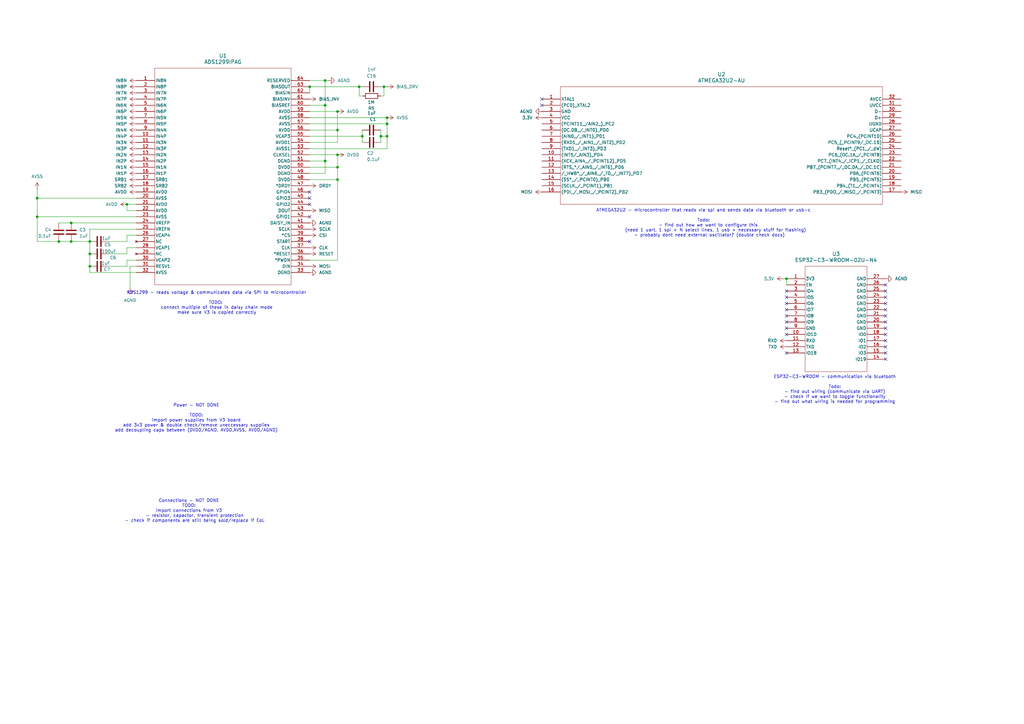
<source format=kicad_sch>
(kicad_sch (version 20231120) (generator "eeschema") (generator_version "8.0")
  (paper "A3")
  (lib_symbols
    (symbol "Device:C" (pin_numbers hide) (pin_names (offset 0.254))
      (property "Reference" "C" (at 0.635 2.54 0))
      (property "Value" "C" (at 0.635 -2.54 0))
      (symbol "C_0_1"
        (polyline (pts (xy -2.032 -0.762) (xy 2.032 -0.762)) (stroke (width 0.508)))
        (polyline (pts (xy -2.032 0.762) (xy 2.032 0.762)) (stroke (width 0.508)))
      )
      (symbol "C_1_1"
        (pin passive line (at 0 3.81 270) (length 2.794) (name "~") (number "1"))
        (pin passive line (at 0 -3.81 90) (length 2.794) (name "~") (number "2"))
      )
    )
    (symbol "Device:R" (pin_numbers hide) (pin_names (offset 0))
      (property "Reference" "R" (at 2.032 0 90))
      (property "Value" "R" (at 0 0 90))
      (symbol "R_0_1"
        (rectangle (start -1.016 -2.54) (end 1.016 2.54) (stroke (width 0.254)))
      )
      (symbol "R_1_1"
        (pin passive line (at 0 3.81 270) (length 1.27) (name "~") (number "1"))
        (pin passive line (at 0 -3.81 90) (length 1.27) (name "~") (number "2"))
      )
    )
    (symbol "V4_OpenBCI_Hardware_Symbol_Library:ADS1299IPAG" (pin_names (offset 0.254))
      (property "Reference" "U" (at 35.56 10.16 0))
      (property "Value" "ADS1299IPAG" (at 35.56 7.62 0))
      (symbol "ADS1299IPAG_0_1"
        (polyline (pts (xy 7.62 -83.82) (xy 63.5 -83.82)) (stroke (width 0.127)))
        (polyline (pts (xy 7.62 5.08) (xy 7.62 -83.82)) (stroke (width 0.127)))
        (polyline (pts (xy 63.5 -83.82) (xy 63.5 5.08)) (stroke (width 0.127)))
        (polyline (pts (xy 63.5 5.08) (xy 7.62 5.08)) (stroke (width 0.127)))
        (pin input line (at 0 0 0) (length 7.62) (name "IN8N") (number "1"))
        (pin input line (at 0 -22.86 0) (length 7.62) (name "IN4P") (number "10"))
        (pin input line (at 0 -25.4 0) (length 7.62) (name "IN3N") (number "11"))
        (pin input line (at 0 -27.94 0) (length 7.62) (name "IN3P") (number "12"))
        (pin input line (at 0 -30.48 0) (length 7.62) (name "IN2N") (number "13"))
        (pin input line (at 0 -33.02 0) (length 7.62) (name "IN2P") (number "14"))
        (pin input line (at 0 -35.56 0) (length 7.62) (name "IN1N") (number "15"))
        (pin input line (at 0 -38.1 0) (length 7.62) (name "IN1P") (number "16"))
        (pin bidirectional line (at 0 -40.64 0) (length 7.62) (name "SRB1") (number "17"))
        (pin bidirectional line (at 0 -43.18 0) (length 7.62) (name "SRB2") (number "18"))
        (pin power_in line (at 0 -45.72 0) (length 7.62) (name "AVDD") (number "19"))
        (pin input line (at 0 -2.54 0) (length 7.62) (name "IN8P") (number "2"))
        (pin power_in line (at 0 -48.26 0) (length 7.62) (name "AVSS") (number "20"))
        (pin power_in line (at 0 -50.8 0) (length 7.62) (name "AVDD") (number "21"))
        (pin power_in line (at 0 -53.34 0) (length 7.62) (name "AVDD") (number "22"))
        (pin power_in line (at 0 -55.88 0) (length 7.62) (name "AVSS") (number "23"))
        (pin bidirectional line (at 0 -58.42 0) (length 7.62) (name "VREFP") (number "24"))
        (pin input line (at 0 -60.96 0) (length 7.62) (name "VREFN") (number "25"))
        (pin output line (at 0 -63.5 0) (length 7.62) (name "VCAP4") (number "26"))
        (pin no_connect line (at 0 -66.04 0) (length 7.62) (name "NC") (number "27"))
        (pin unspecified line (at 0 -68.58 0) (length 7.62) (name "VCAP1") (number "28"))
        (pin no_connect line (at 0 -71.12 0) (length 7.62) (name "NC") (number "29"))
        (pin input line (at 0 -5.08 0) (length 7.62) (name "IN7N") (number "3"))
        (pin unspecified line (at 0 -73.66 0) (length 7.62) (name "VCAP2") (number "30"))
        (pin input line (at 0 -76.2 0) (length 7.62) (name "RESV1") (number "31"))
        (pin power_in line (at 0 -78.74 0) (length 7.62) (name "AVSS") (number "32"))
        (pin power_in line (at 71.12 -78.74 180) (length 7.62) (name "DGND") (number "33"))
        (pin input line (at 71.12 -76.2 180) (length 7.62) (name "DIN") (number "34"))
        (pin power_in line (at 71.12 -73.66 180) (length 7.62) (name "*PWDN") (number "35"))
        (pin input line (at 71.12 -71.12 180) (length 7.62) (name "*RESET") (number "36"))
        (pin input line (at 71.12 -68.58 180) (length 7.62) (name "CLK") (number "37"))
        (pin input line (at 71.12 -66.04 180) (length 7.62) (name "START") (number "38"))
        (pin input line (at 71.12 -63.5 180) (length 7.62) (name "*CS") (number "39"))
        (pin input line (at 0 -7.62 0) (length 7.62) (name "IN7P") (number "4"))
        (pin input line (at 71.12 -60.96 180) (length 7.62) (name "SCLK") (number "40"))
        (pin input line (at 71.12 -58.42 180) (length 7.62) (name "DAISY_IN") (number "41"))
        (pin bidirectional line (at 71.12 -55.88 180) (length 7.62) (name "GPIO1") (number "42"))
        (pin output line (at 71.12 -53.34 180) (length 7.62) (name "DOUT") (number "43"))
        (pin bidirectional line (at 71.12 -50.8 180) (length 7.62) (name "GPIO2") (number "44"))
        (pin bidirectional line (at 71.12 -48.26 180) (length 7.62) (name "GPIO3") (number "45"))
        (pin bidirectional line (at 71.12 -45.72 180) (length 7.62) (name "GPIO4") (number "46"))
        (pin output line (at 71.12 -43.18 180) (length 7.62) (name "*DRDY") (number "47"))
        (pin power_in line (at 71.12 -40.64 180) (length 7.62) (name "DVDD") (number "48"))
        (pin power_in line (at 71.12 -38.1 180) (length 7.62) (name "DGND") (number "49"))
        (pin input line (at 0 -10.16 0) (length 7.62) (name "IN6N") (number "5"))
        (pin power_in line (at 71.12 -35.56 180) (length 7.62) (name "DVDD") (number "50"))
        (pin power_in line (at 71.12 -33.02 180) (length 7.62) (name "DGND") (number "51"))
        (pin input line (at 71.12 -30.48 180) (length 7.62) (name "CLKSEL") (number "52"))
        (pin power_in line (at 71.12 -27.94 180) (length 7.62) (name "AVSS1") (number "53"))
        (pin power_in line (at 71.12 -25.4 180) (length 7.62) (name "AVDD1") (number "54"))
        (pin unspecified line (at 71.12 -22.86 180) (length 7.62) (name "VCAP3") (number "55"))
        (pin power_in line (at 71.12 -20.32 180) (length 7.62) (name "AVDD") (number "56"))
        (pin power_in line (at 71.12 -17.78 180) (length 7.62) (name "AVSS") (number "57"))
        (pin power_in line (at 71.12 -15.24 180) (length 7.62) (name "AVSS") (number "58"))
        (pin power_in line (at 71.12 -12.7 180) (length 7.62) (name "AVDD") (number "59"))
        (pin input line (at 0 -12.7 0) (length 7.62) (name "IN6P") (number "6"))
        (pin input line (at 71.12 -10.16 180) (length 7.62) (name "BIASREF") (number "60"))
        (pin bidirectional line (at 71.12 -7.62 180) (length 7.62) (name "BIASINV") (number "61"))
        (pin input line (at 71.12 -5.08 180) (length 7.62) (name "BIASIN") (number "62"))
        (pin output line (at 71.12 -2.54 180) (length 7.62) (name "BIASOUT") (number "63"))
        (pin output line (at 71.12 0 180) (length 7.62) (name "RESERVED") (number "64"))
        (pin input line (at 0 -15.24 0) (length 7.62) (name "IN5N") (number "7"))
        (pin input line (at 0 -17.78 0) (length 7.62) (name "IN5P") (number "8"))
        (pin input line (at 0 -20.32 0) (length 7.62) (name "IN4N") (number "9"))
      )
    )
    (symbol "V4_OpenBCI_Hardware_Symbol_Library:ATMEGA32U2-AU" (pin_names (offset 0.254))
      (property "Reference" "U" (at 73.66 10.16 0))
      (property "Value" "ATMEGA32U2-AU" (at 73.66 7.62 0))
      (symbol "ATMEGA32U2-AU_0_1"
        (polyline (pts (xy 7.62 -43.18) (xy 139.7 -43.18)) (stroke (width 0.127)))
        (polyline (pts (xy 7.62 5.08) (xy 7.62 -43.18)) (stroke (width 0.127)))
        (polyline (pts (xy 139.7 -43.18) (xy 139.7 5.08)) (stroke (width 0.127)))
        (polyline (pts (xy 139.7 5.08) (xy 7.62 5.08)) (stroke (width 0.127)))
        (pin input line (at 0 0 0) (length 7.62) (name "XTAL1") (number "1"))
        (pin bidirectional line (at 0 -22.86 0) (length 7.62) (name "(INT5/_AIN3)_PD4") (number "10"))
        (pin bidirectional line (at 0 -25.4 0) (length 7.62) (name "(XCK_AIN4_/_PCINT12)_PD5") (number "11"))
        (pin bidirectional line (at 0 -27.94 0) (length 7.62) (name "(RTS_*/_AIN5_/_INT6)_PD6") (number "12"))
        (pin bidirectional line (at 0 -30.48 0) (length 7.62) (name "/_HWB*_/_AIN6_/_T0_/_INT7)_PD7") (number "13"))
        (pin bidirectional line (at 0 -33.02 0) (length 7.62) (name "(SS*_/_PCINT0)_PB0") (number "14"))
        (pin bidirectional line (at 0 -35.56 0) (length 7.62) (name "(SCLK_/_PCINT1)_PB1") (number "15"))
        (pin bidirectional line (at 0 -38.1 0) (length 7.62) (name "(PDI_/_MOSI_/_PCINT2)_PB2") (number "16"))
        (pin bidirectional line (at 147.32 -38.1 180) (length 7.62) (name "PB3_(PDO_/_MISO_/_PCINT3)") (number "17"))
        (pin bidirectional line (at 147.32 -35.56 180) (length 7.62) (name "PB4_(T1_/_PCINT4)") (number "18"))
        (pin bidirectional line (at 147.32 -33.02 180) (length 7.62) (name "PB5_(PCINT5)") (number "19"))
        (pin output line (at 0 -2.54 0) (length 7.62) (name "(PC0)_XTAL2") (number "2"))
        (pin bidirectional line (at 147.32 -30.48 180) (length 7.62) (name "PB6_(PCINT6)") (number "20"))
        (pin bidirectional line (at 147.32 -27.94 180) (length 7.62) (name "PB7_(PCINT7_/_OC.0A_/_OC.1C)") (number "21"))
        (pin bidirectional line (at 147.32 -25.4 180) (length 7.62) (name "PC7_(INT4_/_ICP1_/_CLKO)") (number "22"))
        (pin bidirectional line (at 147.32 -22.86 180) (length 7.62) (name "PC6_(OC.1A_/_PCINT8)") (number "23"))
        (pin bidirectional line (at 147.32 -20.32 180) (length 7.62) (name "Reset*_(PC1_/_dW)") (number "24"))
        (pin bidirectional line (at 147.32 -17.78 180) (length 7.62) (name "PC5_(_PCINT9/_OC.1B)") (number "25"))
        (pin bidirectional line (at 147.32 -15.24 180) (length 7.62) (name "PC4_(PCINT10)") (number "26"))
        (pin power_in line (at 147.32 -12.7 180) (length 7.62) (name "UCAP") (number "27"))
        (pin power_in line (at 147.32 -10.16 180) (length 7.62) (name "UGND") (number "28"))
        (pin unspecified line (at 147.32 -7.62 180) (length 7.62) (name "D+") (number "29"))
        (pin power_in line (at 0 -5.08 0) (length 7.62) (name "GND") (number "3"))
        (pin unspecified line (at 147.32 -5.08 180) (length 7.62) (name "D-") (number "30"))
        (pin power_in line (at 147.32 -2.54 180) (length 7.62) (name "UVCC") (number "31"))
        (pin power_in line (at 147.32 0 180) (length 7.62) (name "AVCC") (number "32"))
        (pin power_in line (at 0 -7.62 0) (length 7.62) (name "VCC") (number "4"))
        (pin bidirectional line (at 0 -10.16 0) (length 7.62) (name "(PCINT11_/AIN2_)_PC2") (number "5"))
        (pin bidirectional line (at 0 -12.7 0) (length 7.62) (name "(OC.0B_/_INT0)_PD0") (number "6"))
        (pin bidirectional line (at 0 -15.24 0) (length 7.62) (name "(AIN0_/_INT1)_PD1") (number "7"))
        (pin bidirectional line (at 0 -17.78 0) (length 7.62) (name "(RXD1_/_AIN1_/_INT2)_PD2") (number "8"))
        (pin bidirectional line (at 0 -20.32 0) (length 7.62) (name "(TXD1_/_INT3)_PD3") (number "9"))
      )
    )
    (symbol "V4_OpenBCI_Hardware_Symbol_Library:ESP32-C3-WROOM-02U-N4" (pin_names (offset 0.254))
      (property "Reference" "U" (at 20.32 10.16 0))
      (property "Value" "ESP32-C3-WROOM-02U-N4" (at 20.32 7.62 0))
      (symbol "ESP32-C3-WROOM-02U-N4_0_1"
        (polyline (pts (xy 7.62 -38.1) (xy 33.02 -38.1)) (stroke (width 0.127)))
        (polyline (pts (xy 7.62 5.08) (xy 7.62 -38.1)) (stroke (width 0.127)))
        (polyline (pts (xy 33.02 -38.1) (xy 33.02 5.08)) (stroke (width 0.127)))
        (polyline (pts (xy 33.02 5.08) (xy 7.62 5.08)) (stroke (width 0.127)))
        (pin power_in line (at 0 0 0) (length 7.62) (name "3V3") (number "1"))
        (pin bidirectional line (at 0 -22.86 0) (length 7.62) (name "IO10") (number "10"))
        (pin bidirectional line (at 0 -25.4 0) (length 7.62) (name "RXD") (number "11"))
        (pin bidirectional line (at 0 -27.94 0) (length 7.62) (name "TXD") (number "12"))
        (pin bidirectional line (at 0 -30.48 0) (length 7.62) (name "IO18") (number "13"))
        (pin bidirectional line (at 40.64 -33.02 180) (length 7.62) (name "IO19") (number "14"))
        (pin bidirectional line (at 40.64 -30.48 180) (length 7.62) (name "IO3") (number "15"))
        (pin bidirectional line (at 40.64 -27.94 180) (length 7.62) (name "IO2") (number "16"))
        (pin bidirectional line (at 40.64 -25.4 180) (length 7.62) (name "IO1") (number "17"))
        (pin bidirectional line (at 40.64 -22.86 180) (length 7.62) (name "IO0") (number "18"))
        (pin power_out line (at 40.64 -20.32 180) (length 7.62) (name "GND") (number "19"))
        (pin input line (at 0 -2.54 0) (length 7.62) (name "EN") (number "2"))
        (pin power_out line (at 40.64 -17.78 180) (length 7.62) (name "GND") (number "20"))
        (pin power_out line (at 40.64 -15.24 180) (length 7.62) (name "GND") (number "21"))
        (pin power_out line (at 40.64 -12.7 180) (length 7.62) (name "GND") (number "22"))
        (pin power_out line (at 40.64 -10.16 180) (length 7.62) (name "GND") (number "23"))
        (pin power_out line (at 40.64 -7.62 180) (length 7.62) (name "GND") (number "24"))
        (pin power_out line (at 40.64 -5.08 180) (length 7.62) (name "GND") (number "25"))
        (pin power_out line (at 40.64 -2.54 180) (length 7.62) (name "GND") (number "26"))
        (pin power_out line (at 40.64 0 180) (length 7.62) (name "GND") (number "27"))
        (pin bidirectional line (at 0 -5.08 0) (length 7.62) (name "IO4") (number "3"))
        (pin bidirectional line (at 0 -7.62 0) (length 7.62) (name "IO5") (number "4"))
        (pin bidirectional line (at 0 -10.16 0) (length 7.62) (name "IO6") (number "5"))
        (pin bidirectional line (at 0 -12.7 0) (length 7.62) (name "IO7") (number "6"))
        (pin bidirectional line (at 0 -15.24 0) (length 7.62) (name "IO8") (number "7"))
        (pin bidirectional line (at 0 -17.78 0) (length 7.62) (name "IO9") (number "8"))
        (pin power_out line (at 0 -20.32 0) (length 7.62) (name "GND") (number "9"))
      )
    )
    (symbol "power:GNDA" (power) (pin_numbers hide) (pin_names (offset 0) hide)
      (property "Value" "GNDA" (at 0 -3.81 0))
      (symbol "GNDA_0_1"
        (polyline (pts (xy 0 0) (xy 0 -1.27) (xy 1.27 -1.27) (xy 0 -2.54) (xy -1.27 -1.27) (xy 0 -1.27)))
      )
      (symbol "GNDA_1_1"
        (pin power_in line (at 0 0 270) (length 0) (name "~") (number "1"))
      )
    )
    (symbol "power:VD" (power) (pin_numbers hide) (pin_names (offset 0) hide)
      (property "Value" "VD" (at 0 3.556 0))
      (symbol "VD_0_1"
        (polyline (pts (xy -0.762 1.27) (xy 0 2.54)))
        (polyline (pts (xy 0 0) (xy 0 2.54)))
        (polyline (pts (xy 0 2.54) (xy 0.762 1.27)))
      )
      (symbol "VD_1_1"
        (pin power_in line (at 0 0 90) (length 0) (name "~") (number "1"))
      )
    )
    (symbol "power:VDD" (power) (pin_numbers hide) (pin_names (offset 0) hide)
      (property "Value" "VDD" (at 0 3.556 0))
      (symbol "VDD_0_1"
        (polyline (pts (xy -0.762 1.27) (xy 0 2.54)))
        (polyline (pts (xy 0 0) (xy 0 2.54)))
        (polyline (pts (xy 0 2.54) (xy 0.762 1.27)))
      )
      (symbol "VDD_1_1"
        (pin power_in line (at 0 0 90) (length 0) (name "~") (number "1"))
      )
    )
    (symbol "power:VDDA" (power) (pin_numbers hide) (pin_names (offset 0) hide)
      (property "Value" "VDDA" (at 0 3.556 0))
      (symbol "VDDA_0_1"
        (polyline (pts (xy -0.762 1.27) (xy 0 2.54)))
        (polyline (pts (xy 0 0) (xy 0 2.54)))
        (polyline (pts (xy 0 2.54) (xy 0.762 1.27)))
      )
      (symbol "VDDA_1_1"
        (pin power_in line (at 0 0 90) (length 0) (name "~") (number "1"))
      )
    )
  )
  (junction (at 322.58 114.3))
  (junction (at 138.43 45.72))
  (junction (at 29.21 91.44))
  (junction (at 15.24 88.9))
  (junction (at 138.43 53.34))
  (junction (at 156.21 55.88))
  (junction (at 138.43 68.58))
  (junction (at 24.13 99.06))
  (junction (at 138.43 73.66))
  (junction (at 133.35 66.04))
  (junction (at 148.59 55.88))
  (junction (at 36.83 99.06))
  (junction (at 158.75 55.88))
  (junction (at 133.35 33.02))
  (junction (at 52.07 83.82))
  (junction (at 158.75 48.26))
  (junction (at 15.24 81.28))
  (junction (at 29.21 99.06))
  (junction (at 138.43 63.5))
  (junction (at 147.32 35.56))
  (junction (at 127 35.56))
  (junction (at 133.35 43.18))
  (junction (at 157.48 35.56))
  (junction (at 36.83 109.22))
  (junction (at 158.75 50.8))
  (junction (at 36.83 104.14))
  (no_connect (at 363.22 139.7))
  (no_connect (at 363.22 116.84))
  (no_connect (at 322.58 129.54))
  (no_connect (at 363.22 127))
  (no_connect (at 322.58 132.08))
  (no_connect (at 363.22 147.32))
  (no_connect (at 322.58 119.38))
  (no_connect (at 363.22 129.54))
  (no_connect (at 322.58 124.46))
  (no_connect (at 363.22 121.92))
  (no_connect (at 127 83.82))
  (no_connect (at 127 88.9))
  (no_connect (at 322.58 121.92))
  (no_connect (at 322.58 137.16))
  (no_connect (at 363.22 124.46))
  (no_connect (at 222.25 43.18))
  (no_connect (at 363.22 132.08))
  (no_connect (at 322.58 134.62))
  (no_connect (at 363.22 144.78))
  (no_connect (at 127 78.74))
  (no_connect (at 222.25 40.64))
  (no_connect (at 322.58 144.78))
  (no_connect (at 363.22 119.38))
  (no_connect (at 127 99.06))
  (no_connect (at 363.22 137.16))
  (no_connect (at 363.22 142.24))
  (no_connect (at 322.58 127))
  (no_connect (at 363.22 134.62))
  (no_connect (at 127 81.28))
  (wire (pts (xy 15.24 88.9) (xy 55.88 88.9)))
  (wire (pts (xy 15.24 99.06) (xy 24.13 99.06)))
  (wire (pts (xy 158.75 35.56) (xy 157.48 35.56)))
  (wire (pts (xy 24.13 91.44) (xy 29.21 91.44)))
  (wire (pts (xy 158.75 50.8) (xy 158.75 55.88)))
  (wire (pts (xy 127 35.56) (xy 127 38.1)))
  (wire (pts (xy 157.48 39.37) (xy 156.21 39.37)))
  (wire (pts (xy 15.24 88.9) (xy 15.24 99.06)))
  (wire (pts (xy 44.45 109.22) (xy 52.07 109.22)))
  (wire (pts (xy 52.07 86.36) (xy 55.88 86.36)))
  (wire (pts (xy 55.88 101.6) (xy 52.07 101.6)))
  (wire (pts (xy 53.34 109.22) (xy 55.88 109.22)))
  (wire (pts (xy 127 63.5) (xy 138.43 63.5)))
  (wire (pts (xy 148.59 35.56) (xy 147.32 35.56)))
  (wire (pts (xy 133.35 33.02) (xy 133.35 43.18)))
  (wire (pts (xy 52.07 99.06) (xy 44.45 99.06)))
  (wire (pts (xy 127 50.8) (xy 158.75 50.8)))
  (wire (pts (xy 127 48.26) (xy 158.75 48.26)))
  (wire (pts (xy 156.21 53.34) (xy 156.21 55.88)))
  (wire (pts (xy 52.07 109.22) (xy 52.07 106.68)))
  (wire (pts (xy 127 73.66) (xy 138.43 73.66)))
  (wire (pts (xy 52.07 101.6) (xy 52.07 104.14)))
  (wire (pts (xy 52.07 96.52) (xy 52.07 99.06)))
  (wire (pts (xy 156.21 55.88) (xy 158.75 55.88)))
  (wire (pts (xy 24.13 99.06) (xy 29.21 99.06)))
  (wire (pts (xy 127 55.88) (xy 148.59 55.88)))
  (wire (pts (xy 133.35 71.12) (xy 127 71.12)))
  (wire (pts (xy 158.75 50.8) (xy 158.75 48.26)))
  (wire (pts (xy 133.35 43.18) (xy 133.35 66.04)))
  (wire (pts (xy 52.07 104.14) (xy 44.45 104.14)))
  (wire (pts (xy 133.35 33.02) (xy 134.62 33.02)))
  (wire (pts (xy 156.21 55.88) (xy 156.21 58.42)))
  (wire (pts (xy 148.59 55.88) (xy 148.59 58.42)))
  (wire (pts (xy 133.35 33.02) (xy 127 33.02)))
  (wire (pts (xy 127 106.68) (xy 138.43 106.68)))
  (wire (pts (xy 138.43 53.34) (xy 138.43 58.42)))
  (wire (pts (xy 36.83 111.76) (xy 55.88 111.76)))
  (wire (pts (xy 321.31 114.3) (xy 322.58 114.3)))
  (wire (pts (xy 138.43 73.66) (xy 138.43 106.68)))
  (wire (pts (xy 148.59 55.88) (xy 148.59 53.34)))
  (wire (pts (xy 36.83 99.06) (xy 36.83 104.14)))
  (wire (pts (xy 36.83 93.98) (xy 36.83 99.06)))
  (wire (pts (xy 53.34 118.11) (xy 53.34 109.22)))
  (wire (pts (xy 133.35 66.04) (xy 133.35 71.12)))
  (wire (pts (xy 52.07 106.68) (xy 55.88 106.68)))
  (wire (pts (xy 147.32 39.37) (xy 147.32 35.56)))
  (wire (pts (xy 36.83 109.22) (xy 36.83 111.76)))
  (wire (pts (xy 127 60.96) (xy 158.75 60.96)))
  (wire (pts (xy 55.88 93.98) (xy 36.83 93.98)))
  (wire (pts (xy 15.24 81.28) (xy 15.24 88.9)))
  (wire (pts (xy 15.24 81.28) (xy 55.88 81.28)))
  (wire (pts (xy 52.07 96.52) (xy 55.88 96.52)))
  (wire (pts (xy 36.83 104.14) (xy 36.83 109.22)))
  (wire (pts (xy 29.21 99.06) (xy 36.83 99.06)))
  (wire (pts (xy 52.07 83.82) (xy 55.88 83.82)))
  (wire (pts (xy 138.43 53.34) (xy 138.43 45.72)))
  (wire (pts (xy 138.43 63.5) (xy 138.43 68.58)))
  (wire (pts (xy 157.48 35.56) (xy 157.48 39.37)))
  (wire (pts (xy 138.43 68.58) (xy 138.43 73.66)))
  (wire (pts (xy 148.59 39.37) (xy 147.32 39.37)))
  (wire (pts (xy 15.24 77.47) (xy 15.24 81.28)))
  (wire (pts (xy 157.48 35.56) (xy 156.21 35.56)))
  (wire (pts (xy 127 53.34) (xy 138.43 53.34)))
  (wire (pts (xy 127 68.58) (xy 138.43 68.58)))
  (wire (pts (xy 133.35 43.18) (xy 127 43.18)))
  (wire (pts (xy 138.43 58.42) (xy 127 58.42)))
  (wire (pts (xy 133.35 66.04) (xy 127 66.04)))
  (wire (pts (xy 158.75 55.88) (xy 158.75 60.96)))
  (wire (pts (xy 29.21 91.44) (xy 55.88 91.44)))
  (wire (pts (xy 138.43 45.72) (xy 127 45.72)))
  (wire (pts (xy 127 35.56) (xy 147.32 35.56)))
  (wire (pts (xy 52.07 83.82) (xy 52.07 86.36)))
  (wire (pts (xy 322.58 114.3) (xy 322.58 116.84)))
  (text "Power - NOT DONE\n\nTODO:\nimport power supplies from V3 board\nadd 3v3 power & double check/remove uneccessary supplies\nadd decoupling caps between (DVDD/AGND, AVDD,AVSS, AVDD/AGND)" (at 80.518 171.45 0) (effects (font (size 1.27 1.27))))
  (text "Connections - NOT DONE\nTODO:\nimport connections from V3\n	- resistor, capactor, transient protection\n	- check if components are still being sold/replace if EoL" (at 77.47 209.55 0) (effects (font (size 1.27 1.27))))
  (text "ATMEGA32U2 - microcontroller that reads via spi and sends data via bluetooth or usb-c\n\nTodo:\n	- find out how we want to configure this \n		(need 1 uart, 1 spi + N select lines, 1 usb + necessary stuff for flashing)\n	- probably dont need external oscillator? (double check docs)\n" (at 288.544 91.44 0) (effects (font (size 1.27 1.27))))
  (text "ADS1299 - reads voltage & communicates data via SPI to microcontroller\n\nTODO: \nconnect multiple of these in daisy chain mode\nmake sure V3 is copied correctly" (at 88.9 124.206 0) (effects (font (size 1.27 1.27))))
  (text "ESP32-C3-WROOM - communication via bluetooth\n\nTodo:\n- find out wiring (communicate via UART)\n- check if we want to toggle functionality\n- find out what wiring is needed for programming" (at 342.392 159.766 0) (effects (font (size 1.27 1.27))))
  (symbol (lib_id "power:VDDA") (at 55.88 60.96 90) (unit 1)
    (property "Reference" "#PWR042" (effects (hide yes)))
    (property "Value" "IN3P" (at 52.07 60.9599 90) (effects (justify left)))
    (property "Description" "Power symbol creates a global label with name \"VDDA\"" (effects (hide yes)))
  )
  (symbol (lib_id "power:VDDA") (at 55.88 50.8 90) (unit 1)
    (property "Reference" "#PWR038" (effects (hide yes)))
    (property "Value" "IN5P" (at 52.07 50.7999 90) (effects (justify left)))
    (property "Description" "Power symbol creates a global label with name \"VDDA\"" (effects (hide yes)))
  )
  (symbol (lib_id "power:VDDA") (at 55.88 43.18 90) (unit 1)
    (property "Reference" "#PWR035" (effects (hide yes)))
    (property "Value" "IN6N" (at 52.07 43.1799 90) (effects (justify left)))
    (property "Description" "Power symbol creates a global label with name \"VDDA\"" (effects (hide yes)))
  )
  (symbol (lib_id "power:GNDA") (at 222.25 45.72 270) (unit 1)
    (property "Reference" "#PWR017" (effects (hide yes)))
    (property "Value" "AGND" (at 218.44 45.7199 90) (effects (justify right)))
    (property "Description" "Power symbol creates a global label with name \"GNDA\" , analog ground" (effects (hide yes)))
  )
  (symbol (lib_id "power:VD") (at 127 86.36 270) (unit 1)
    (property "Reference" "#PWR06" (effects (hide yes)))
    (property "Value" "MISO" (at 130.81 86.3599 90) (effects (justify left)))
    (property "Description" "Power symbol creates a global label with name \"VD\"" (effects (hide yes)))
  )
  (symbol (lib_id "V4_OpenBCI_Hardware_Symbol_Library:ATMEGA32U2-AU") (at 222.25 40.64 0) (unit 1)
    (property "Reference" "U2" (at 295.91 30.48 0) (effects (font (size 1.524 1.524))))
    (property "Value" "ATMEGA32U2-AU" (at 295.91 33.02 0) (effects (font (size 1.524 1.524))))
    (property "Footprint" "32A_ATM" (effects (hide yes)))
    (property "Datasheet" "ATMEGA32U2-AU" (effects (hide yes)))
  )
  (symbol (lib_id "V4_OpenBCI_Hardware_Symbol_Library:ESP32-C3-WROOM-02U-N4") (at 322.58 114.3 0) (unit 1)
    (property "Reference" "U3" (at 342.9 104.14 0) (effects (font (size 1.524 1.524))))
    (property "Value" "ESP32-C3-WROOM-02U-N4" (at 342.9 106.68 0) (effects (font (size 1.524 1.524))))
    (property "Footprint" "ESP32-C3-WROOM-02U_EXP" (effects (hide yes)))
    (property "Datasheet" "ESP32-C3-WROOM-02U-N4" (effects (hide yes)))
  )
  (symbol (lib_id "Device:C") (at 40.64 109.22 90) (unit 1)
    (property "Reference" "C7" (at 45.212 110.49 90) (effects (justify left)))
    (property "Value" "1uF" (at 45.212 107.95 90) (effects (justify left)))
    (property "Description" "Unpolarized capacitor" (effects (hide yes)))
  )
  (symbol (lib_id "power:VD") (at 222.25 78.74 90) (unit 1)
    (property "Reference" "#PWR018" (effects (hide yes)))
    (property "Value" "MOSI" (at 218.44 78.7399 90) (effects (justify left)))
    (property "Description" "Power symbol creates a global label with name \"VD\"" (effects (hide yes)))
  )
  (symbol (lib_id "power:VD") (at 322.58 142.24 90) (unit 1)
    (property "Reference" "#PWR010" (effects (hide yes)))
    (property "Value" "TXD" (at 318.77 142.2399 90) (effects (justify left)))
    (property "Description" "Power symbol creates a global label with name \"VD\"" (effects (hide yes)))
  )
  (symbol (lib_id "Device:C") (at 24.13 95.25 180) (unit 1)
    (property "Reference" "C4" (at 21.082 94.234 0) (effects (justify left)))
    (property "Value" "0.1uF" (at 21.082 96.774 0) (effects (justify left)))
    (property "Description" "Unpolarized capacitor" (effects (hide yes)))
  )
  (symbol (lib_id "Device:R") (at 152.4 39.37 90) (unit 1)
    (property "Reference" "R5" (at 153.67 44.45 90) (effects (justify left)))
    (property "Value" "1M" (at 153.67 41.91 90) (effects (justify left)))
    (property "Description" "Resistor" (effects (hide yes)))
  )
  (symbol (lib_id "Device:C") (at 40.64 104.14 90) (unit 1)
    (property "Reference" "C6" (at 47.752 105.664 90) (effects (justify left)))
    (property "Value" "100uF" (at 47.752 103.124 90) (effects (justify left)))
    (property "Description" "Unpolarized capacitor" (effects (hide yes)))
  )
  (symbol (lib_id "power:VDDA") (at 52.07 83.82 90) (unit 1)
    (property "Reference" "#PWR011" (effects (hide yes)))
    (property "Value" "AVDD" (at 48.26 83.8199 90) (effects (justify left)))
    (property "Description" "Power symbol creates a global label with name \"VDDA\"" (effects (hide yes)))
  )
  (symbol (lib_id "power:VDDA") (at 55.88 66.04 90) (unit 1)
    (property "Reference" "#PWR044" (effects (hide yes)))
    (property "Value" "IN2P" (at 52.07 66.0399 90) (effects (justify left)))
    (property "Description" "Power symbol creates a global label with name \"VDDA\"" (effects (hide yes)))
  )
  (symbol (lib_id "power:VDDA") (at 55.88 76.2 90) (unit 1)
    (property "Reference" "#PWR048" (effects (hide yes)))
    (property "Value" "SRB2" (at 52.07 76.1999 90) (effects (justify left)))
    (property "Description" "Power symbol creates a global label with name \"VDDA\"" (effects (hide yes)))
  )
  (symbol (lib_id "power:VDDA") (at 55.88 58.42 90) (unit 1)
    (property "Reference" "#PWR041" (effects (hide yes)))
    (property "Value" "IN3N" (at 52.07 58.4199 90) (effects (justify left)))
    (property "Description" "Power symbol creates a global label with name \"VDDA\"" (effects (hide yes)))
  )
  (symbol (lib_id "power:VDDA") (at 138.43 45.72 270) (unit 1)
    (property "Reference" "#PWR015" (effects (hide yes)))
    (property "Value" "AVDD" (at 142.24 45.7199 90) (effects (justify left)))
    (property "Description" "Power symbol creates a global label with name \"VDDA\"" (effects (hide yes)))
  )
  (symbol (lib_id "power:GNDA") (at 134.62 33.02 90) (unit 1)
    (property "Reference" "#PWR029" (effects (hide yes)))
    (property "Value" "AGND" (at 138.43 33.0199 90) (effects (justify right)))
    (property "Description" "Power symbol creates a global label with name \"GNDA\" , analog ground" (effects (hide yes)))
  )
  (symbol (lib_id "power:VDDA") (at 55.88 40.64 90) (unit 1)
    (property "Reference" "#PWR034" (effects (hide yes)))
    (property "Value" "IN7P" (at 52.07 40.6399 90) (effects (justify left)))
    (property "Description" "Power symbol creates a global label with name \"VDDA\"" (effects (hide yes)))
  )
  (symbol (lib_id "power:VDD") (at 15.24 77.47 0) (unit 1)
    (property "Reference" "#PWR019" (effects (hide yes)))
    (property "Value" "AVSS" (at 15.24 72.39 0))
    (property "Description" "Power symbol creates a global label with name \"VDD\"" (effects (hide yes)))
  )
  (symbol (lib_id "power:VD") (at 222.25 48.26 90) (unit 1)
    (property "Reference" "#PWR020" (effects (hide yes)))
    (property "Value" "3.3V" (at 218.44 48.2599 90) (effects (justify left)))
    (property "Description" "Power symbol creates a global label with name \"VD\"" (effects (hide yes)))
  )
  (symbol (lib_id "Device:C") (at 152.4 53.34 90) (unit 1)
    (property "Reference" "C1" (at 154.305 48.8951 90) (effects (justify left)))
    (property "Value" "1uF" (at 154.305 46.3551 90) (effects (justify left)))
    (property "Description" "Unpolarized capacitor" (effects (hide yes)))
  )
  (symbol (lib_id "power:GNDA") (at 127 91.44 90) (unit 1)
    (property "Reference" "#PWR028" (effects (hide yes)))
    (property "Value" "AGND" (at 130.81 91.4399 90) (effects (justify right)))
    (property "Description" "Power symbol creates a global label with name \"GNDA\" , analog ground" (effects (hide yes)))
  )
  (symbol (lib_id "power:VDDA") (at 55.88 38.1 90) (unit 1)
    (property "Reference" "#PWR033" (effects (hide yes)))
    (property "Value" "IN7N" (at 52.07 38.0999 90) (effects (justify left)))
    (property "Description" "Power symbol creates a global label with name \"VDDA\"" (effects (hide yes)))
  )
  (symbol (lib_id "power:VDDA") (at 55.88 63.5 90) (unit 1)
    (property "Reference" "#PWR043" (effects (hide yes)))
    (property "Value" "IN2N" (at 52.07 63.4999 90) (effects (justify left)))
    (property "Description" "Power symbol creates a global label with name \"VDDA\"" (effects (hide yes)))
  )
  (symbol (lib_id "power:VD") (at 127 76.2 270) (unit 1)
    (property "Reference" "#PWR07" (effects (hide yes)))
    (property "Value" "DRDY" (at 130.81 76.1999 90) (effects (justify left)))
    (property "Description" "Power symbol creates a global label with name \"VD\"" (effects (hide yes)))
  )
  (symbol (lib_id "power:VD") (at 321.31 114.3 90) (unit 1)
    (property "Reference" "#PWR013" (effects (hide yes)))
    (property "Value" "3.3V" (at 317.5 114.2999 90) (effects (justify left)))
    (property "Description" "Power symbol creates a global label with name \"VD\"" (effects (hide yes)))
  )
  (symbol (lib_id "V4_OpenBCI_Hardware_Symbol_Library:ADS1299IPAG") (at 55.88 33.02 0) (unit 1)
    (property "Reference" "U1" (at 91.44 22.86 0) (effects (font (size 1.524 1.524))))
    (property "Value" "ADS1299IPAG" (at 91.44 25.4 0) (effects (font (size 1.524 1.524))))
    (property "Footprint" "PAG64_TEX" (effects (hide yes)))
    (property "Datasheet" "ADS1299IPAG" (effects (hide yes)))
  )
  (symbol (lib_id "power:VD") (at 322.58 139.7 90) (unit 1)
    (property "Reference" "#PWR03" (effects (hide yes)))
    (property "Value" "RXD" (at 318.77 139.6999 90) (effects (justify left)))
    (property "Description" "Power symbol creates a global label with name \"VD\"" (effects (hide yes)))
  )
  (symbol (lib_id "power:VD") (at 369.57 78.74 270) (unit 1)
    (property "Reference" "#PWR021" (effects (hide yes)))
    (property "Value" "MISO" (at 373.38 78.7399 90) (effects (justify left)))
    (property "Description" "Power symbol creates a global label with name \"VD\"" (effects (hide yes)))
  )
  (symbol (lib_id "Device:C") (at 29.21 95.25 0) (unit 1)
    (property "Reference" "C3" (at 32.512 94.234 0) (effects (justify left)))
    (property "Value" "1uF" (at 32.512 96.774 0) (effects (justify left)))
    (property "Description" "Unpolarized capacitor" (effects (hide yes)))
  )
  (symbol (lib_id "power:GNDA") (at 127 111.76 90) (unit 1)
    (property "Reference" "#PWR026" (effects (hide yes)))
    (property "Value" "AGND" (at 130.81 111.7599 90) (effects (justify right)))
    (property "Description" "Power symbol creates a global label with name \"GNDA\" , analog ground" (effects (hide yes)))
  )
  (symbol (lib_id "power:VDDA") (at 55.88 48.26 90) (unit 1)
    (property "Reference" "#PWR037" (effects (hide yes)))
    (property "Value" "IN5N" (at 52.07 48.2599 90) (effects (justify left)))
    (property "Description" "Power symbol creates a global label with name \"VDDA\"" (effects (hide yes)))
  )
  (symbol (lib_id "power:GNDA") (at 53.34 118.11 0) (unit 1)
    (property "Reference" "#PWR02" (effects (hide yes)))
    (property "Value" "AGND" (at 53.34 123.19 0))
    (property "Description" "Power symbol creates a global label with name \"GNDA\" , analog ground" (effects (hide yes)))
  )
  (symbol (lib_id "power:VDDA") (at 158.75 35.56 270) (unit 1)
    (property "Reference" "#PWR01" (effects (hide yes)))
    (property "Value" "BIAS_DRV" (at 162.56 35.5599 90) (effects (justify left)))
    (property "Description" "Power symbol creates a global label with name \"VDDA\"" (effects (hide yes)))
  )
  (symbol (lib_id "Device:C") (at 152.4 58.42 270) (unit 1)
    (property "Reference" "C2" (at 150.495 62.8649 90) (effects (justify left)))
    (property "Value" "0.1uF" (at 150.495 65.4049 90) (effects (justify left)))
    (property "Description" "Unpolarized capacitor" (effects (hide yes)))
  )
  (symbol (lib_id "power:VDDA") (at 55.88 78.74 90) (unit 1)
    (property "Reference" "#PWR012" (effects (hide yes)))
    (property "Value" "AVDD" (at 52.07 78.7399 90) (effects (justify left)))
    (property "Description" "Power symbol creates a global label with name \"VDDA\"" (effects (hide yes)))
  )
  (symbol (lib_id "power:VDDA") (at 55.88 35.56 90) (unit 1)
    (property "Reference" "#PWR032" (effects (hide yes)))
    (property "Value" "IN8P" (at 52.07 35.5599 90) (effects (justify left)))
    (property "Description" "Power symbol creates a global label with name \"VDDA\"" (effects (hide yes)))
  )
  (symbol (lib_id "power:VD") (at 127 96.52 270) (unit 1)
    (property "Reference" "#PWR05" (effects (hide yes)))
    (property "Value" "CSI" (at 130.81 96.5199 90) (effects (justify left)))
    (property "Description" "Power symbol creates a global label with name \"VD\"" (effects (hide yes)))
  )
  (symbol (lib_id "power:VD") (at 127 93.98 270) (unit 1)
    (property "Reference" "#PWR04" (effects (hide yes)))
    (property "Value" "SCLK" (at 130.81 93.9799 90) (effects (justify left)))
    (property "Description" "Power symbol creates a global label with name \"VD\"" (effects (hide yes)))
  )
  (symbol (lib_id "Device:C") (at 152.4 35.56 90) (unit 1)
    (property "Reference" "C16" (at 154.305 31.1151 90) (effects (justify left)))
    (property "Value" "1nF" (at 154.305 28.5751 90) (effects (justify left)))
    (property "Description" "Unpolarized capacitor" (effects (hide yes)))
  )
  (symbol (lib_id "power:VDDA") (at 55.88 33.02 90) (unit 1)
    (property "Reference" "#PWR031" (effects (hide yes)))
    (property "Value" "IN8N" (at 52.07 33.0199 90) (effects (justify left)))
    (property "Description" "Power symbol creates a global label with name \"VDDA\"" (effects (hide yes)))
  )
  (symbol (lib_id "power:VDDA") (at 55.88 53.34 90) (unit 1)
    (property "Reference" "#PWR039" (effects (hide yes)))
    (property "Value" "IN4N" (at 52.07 53.3399 90) (effects (justify left)))
    (property "Description" "Power symbol creates a global label with name \"VDDA\"" (effects (hide yes)))
  )
  (symbol (lib_id "power:VDDA") (at 55.88 73.66 90) (unit 1)
    (property "Reference" "#PWR047" (effects (hide yes)))
    (property "Value" "SRB1" (at 52.07 73.6599 90) (effects (justify left)))
    (property "Description" "Power symbol creates a global label with name \"VDDA\"" (effects (hide yes)))
  )
  (symbol (lib_id "power:VDDA") (at 55.88 55.88 90) (unit 1)
    (property "Reference" "#PWR040" (effects (hide yes)))
    (property "Value" "IN4P" (at 52.07 55.8799 90) (effects (justify left)))
    (property "Description" "Power symbol creates a global label with name \"VDDA\"" (effects (hide yes)))
  )
  (symbol (lib_id "power:VDD") (at 158.75 48.26 270) (unit 1)
    (property "Reference" "#PWR016" (effects (hide yes)))
    (property "Value" "AVSS" (at 162.56 48.2599 90) (effects (justify left)))
    (property "Description" "Power symbol creates a global label with name \"VDD\"" (effects (hide yes)))
  )
  (symbol (lib_id "power:VD") (at 138.43 63.5 270) (unit 1)
    (property "Reference" "#PWR022" (effects (hide yes)))
    (property "Value" "DVDD" (at 142.24 63.4999 90) (effects (justify left)))
    (property "Description" "Power symbol creates a global label with name \"VD\"" (effects (hide yes)))
  )
  (symbol (lib_id "power:GNDA") (at 363.22 114.3 90) (unit 1)
    (property "Reference" "#PWR014" (effects (hide yes)))
    (property "Value" "AGND" (at 367.03 114.2999 90) (effects (justify right)))
    (property "Description" "Power symbol creates a global label with name \"GNDA\" , analog ground" (effects (hide yes)))
  )
  (symbol (lib_id "power:VDDA") (at 55.88 71.12 90) (unit 1)
    (property "Reference" "#PWR046" (effects (hide yes)))
    (property "Value" "IN1P" (at 52.07 71.1199 90) (effects (justify left)))
    (property "Description" "Power symbol creates a global label with name \"VDDA\"" (effects (hide yes)))
  )
  (symbol (lib_id "power:VD") (at 127 109.22 270) (unit 1)
    (property "Reference" "#PWR08" (effects (hide yes)))
    (property "Value" "MOSI" (at 130.81 109.2199 90) (effects (justify left)))
    (property "Description" "Power symbol creates a global label with name \"VD\"" (effects (hide yes)))
  )
  (symbol (lib_id "power:VDDA") (at 127 40.64 270) (unit 1)
    (property "Reference" "#PWR030" (effects (hide yes)))
    (property "Value" "BIAS_INV" (at 130.81 40.6399 90) (effects (justify left)))
    (property "Description" "Power symbol creates a global label with name \"VDDA\"" (effects (hide yes)))
  )
  (symbol (lib_id "power:VDDA") (at 55.88 45.72 90) (unit 1)
    (property "Reference" "#PWR036" (effects (hide yes)))
    (property "Value" "IN6P" (at 52.07 45.7199 90) (effects (justify left)))
    (property "Description" "Power symbol creates a global label with name \"VDDA\"" (effects (hide yes)))
  )
  (symbol (lib_id "power:VD") (at 127 104.14 270) (unit 1)
    (property "Reference" "#PWR09" (effects (hide yes)))
    (property "Value" "RESET" (at 130.81 104.1399 90) (effects (justify left)))
    (property "Description" "Power symbol creates a global label with name \"VD\"" (effects (hide yes)))
  )
  (symbol (lib_id "power:VD") (at 127 101.6 270) (unit 1)
    (property "Reference" "#PWR027" (effects (hide yes)))
    (property "Value" "CLK" (at 130.81 101.5999 90) (effects (justify left)))
    (property "Description" "Power symbol creates a global label with name \"VD\"" (effects (hide yes)))
  )
  (symbol (lib_id "power:VDDA") (at 55.88 68.58 90) (unit 1)
    (property "Reference" "#PWR045" (effects (hide yes)))
    (property "Value" "IN1N" (at 52.07 68.5799 90) (effects (justify left)))
    (property "Description" "Power symbol creates a global label with name \"VDDA\"" (effects (hide yes)))
  )
  (symbol (lib_id "Device:C") (at 40.64 99.06 90) (unit 1)
    (property "Reference" "C5" (at 45.466 100.33 90) (effects (justify left)))
    (property "Value" "1uF" (at 45.466 97.79 90) (effects (justify left)))
    (property "Description" "Unpolarized capacitor" (effects (hide yes)))
  )
)
</source>
